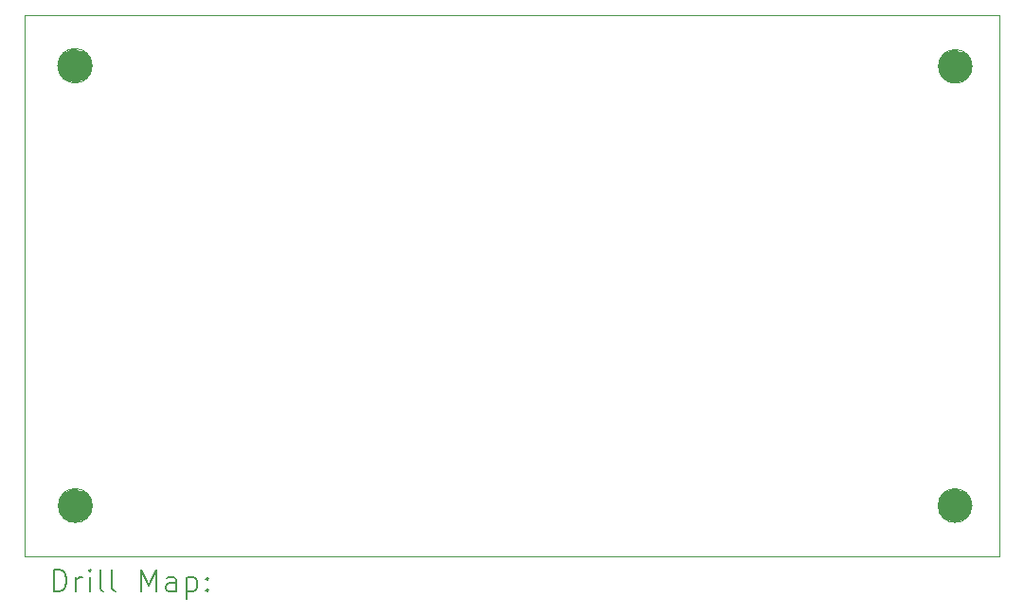
<source format=gbr>
%TF.GenerationSoftware,KiCad,Pcbnew,7.0.6*%
%TF.CreationDate,2023-09-03T13:45:15+00:00*%
%TF.ProjectId,SI4735,53493437-3335-42e6-9b69-6361645f7063,rev?*%
%TF.SameCoordinates,Original*%
%TF.FileFunction,Drillmap*%
%TF.FilePolarity,Positive*%
%FSLAX45Y45*%
G04 Gerber Fmt 4.5, Leading zero omitted, Abs format (unit mm)*
G04 Created by KiCad (PCBNEW 7.0.6) date 2023-09-03 13:45:15*
%MOMM*%
%LPD*%
G01*
G04 APERTURE LIST*
%ADD10C,0.050000*%
%ADD11C,1.535132*%
%ADD12C,1.516643*%
%ADD13C,0.200000*%
G04 APERTURE END LIST*
D10*
X13100268Y-7953000D02*
G75*
G03*
X13100268Y-7953000I-153912J0D01*
G01*
D11*
X13023113Y-7953000D02*
G75*
G03*
X13023113Y-7953000I-76757J0D01*
G01*
D10*
X20965013Y-7959000D02*
G75*
G03*
X20965013Y-7959000I-151013J0D01*
G01*
D12*
X20889832Y-7959000D02*
G75*
G03*
X20889832Y-7959000I-75832J0D01*
G01*
D11*
X13025757Y-11889000D02*
G75*
G03*
X13025757Y-11889000I-76757J0D01*
G01*
D10*
X20962513Y-11889000D02*
G75*
G03*
X20962513Y-11889000I-151013J0D01*
G01*
X13101069Y-11889000D02*
G75*
G03*
X13101069Y-11889000I-152069J0D01*
G01*
D11*
X20891757Y-11887000D02*
G75*
G03*
X20891757Y-11887000I-76757J0D01*
G01*
D10*
X12496500Y-7499000D02*
X21209000Y-7499000D01*
X21209000Y-12346500D01*
X12496500Y-12346500D01*
X12496500Y-7499000D01*
D13*
X12754777Y-12660484D02*
X12754777Y-12460484D01*
X12754777Y-12460484D02*
X12802396Y-12460484D01*
X12802396Y-12460484D02*
X12830967Y-12470008D01*
X12830967Y-12470008D02*
X12850015Y-12489055D01*
X12850015Y-12489055D02*
X12859539Y-12508103D01*
X12859539Y-12508103D02*
X12869062Y-12546198D01*
X12869062Y-12546198D02*
X12869062Y-12574769D01*
X12869062Y-12574769D02*
X12859539Y-12612865D01*
X12859539Y-12612865D02*
X12850015Y-12631912D01*
X12850015Y-12631912D02*
X12830967Y-12650960D01*
X12830967Y-12650960D02*
X12802396Y-12660484D01*
X12802396Y-12660484D02*
X12754777Y-12660484D01*
X12954777Y-12660484D02*
X12954777Y-12527150D01*
X12954777Y-12565246D02*
X12964301Y-12546198D01*
X12964301Y-12546198D02*
X12973824Y-12536674D01*
X12973824Y-12536674D02*
X12992872Y-12527150D01*
X12992872Y-12527150D02*
X13011920Y-12527150D01*
X13078586Y-12660484D02*
X13078586Y-12527150D01*
X13078586Y-12460484D02*
X13069062Y-12470008D01*
X13069062Y-12470008D02*
X13078586Y-12479531D01*
X13078586Y-12479531D02*
X13088110Y-12470008D01*
X13088110Y-12470008D02*
X13078586Y-12460484D01*
X13078586Y-12460484D02*
X13078586Y-12479531D01*
X13202396Y-12660484D02*
X13183348Y-12650960D01*
X13183348Y-12650960D02*
X13173824Y-12631912D01*
X13173824Y-12631912D02*
X13173824Y-12460484D01*
X13307158Y-12660484D02*
X13288110Y-12650960D01*
X13288110Y-12650960D02*
X13278586Y-12631912D01*
X13278586Y-12631912D02*
X13278586Y-12460484D01*
X13535729Y-12660484D02*
X13535729Y-12460484D01*
X13535729Y-12460484D02*
X13602396Y-12603341D01*
X13602396Y-12603341D02*
X13669062Y-12460484D01*
X13669062Y-12460484D02*
X13669062Y-12660484D01*
X13850015Y-12660484D02*
X13850015Y-12555722D01*
X13850015Y-12555722D02*
X13840491Y-12536674D01*
X13840491Y-12536674D02*
X13821443Y-12527150D01*
X13821443Y-12527150D02*
X13783348Y-12527150D01*
X13783348Y-12527150D02*
X13764301Y-12536674D01*
X13850015Y-12650960D02*
X13830967Y-12660484D01*
X13830967Y-12660484D02*
X13783348Y-12660484D01*
X13783348Y-12660484D02*
X13764301Y-12650960D01*
X13764301Y-12650960D02*
X13754777Y-12631912D01*
X13754777Y-12631912D02*
X13754777Y-12612865D01*
X13754777Y-12612865D02*
X13764301Y-12593817D01*
X13764301Y-12593817D02*
X13783348Y-12584293D01*
X13783348Y-12584293D02*
X13830967Y-12584293D01*
X13830967Y-12584293D02*
X13850015Y-12574769D01*
X13945253Y-12527150D02*
X13945253Y-12727150D01*
X13945253Y-12536674D02*
X13964301Y-12527150D01*
X13964301Y-12527150D02*
X14002396Y-12527150D01*
X14002396Y-12527150D02*
X14021443Y-12536674D01*
X14021443Y-12536674D02*
X14030967Y-12546198D01*
X14030967Y-12546198D02*
X14040491Y-12565246D01*
X14040491Y-12565246D02*
X14040491Y-12622388D01*
X14040491Y-12622388D02*
X14030967Y-12641436D01*
X14030967Y-12641436D02*
X14021443Y-12650960D01*
X14021443Y-12650960D02*
X14002396Y-12660484D01*
X14002396Y-12660484D02*
X13964301Y-12660484D01*
X13964301Y-12660484D02*
X13945253Y-12650960D01*
X14126205Y-12641436D02*
X14135729Y-12650960D01*
X14135729Y-12650960D02*
X14126205Y-12660484D01*
X14126205Y-12660484D02*
X14116682Y-12650960D01*
X14116682Y-12650960D02*
X14126205Y-12641436D01*
X14126205Y-12641436D02*
X14126205Y-12660484D01*
X14126205Y-12536674D02*
X14135729Y-12546198D01*
X14135729Y-12546198D02*
X14126205Y-12555722D01*
X14126205Y-12555722D02*
X14116682Y-12546198D01*
X14116682Y-12546198D02*
X14126205Y-12536674D01*
X14126205Y-12536674D02*
X14126205Y-12555722D01*
M02*

</source>
